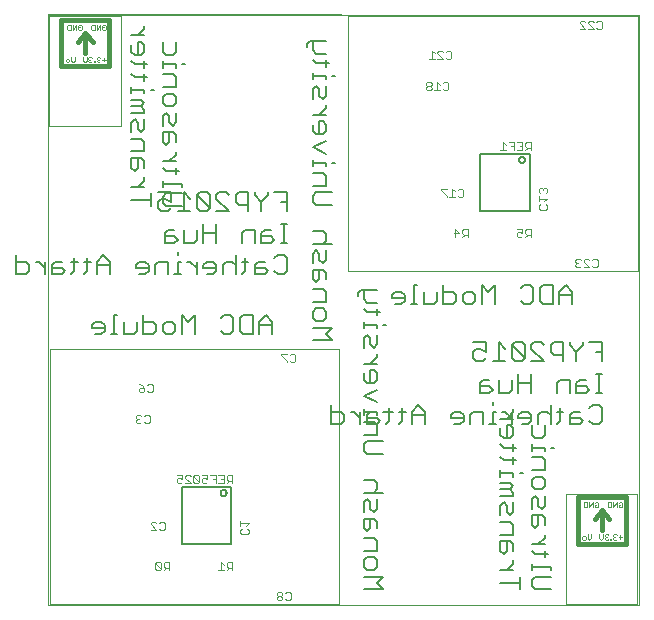
<source format=gbo>
G75*
%MOIN*%
%OFA0B0*%
%FSLAX25Y25*%
%IPPOS*%
%LPD*%
%AMOC8*
5,1,8,0,0,1.08239X$1,22.5*
%
%ADD10C,0.00000*%
%ADD11C,0.00200*%
%ADD12C,0.01600*%
%ADD13C,0.00600*%
%ADD14C,0.00500*%
D10*
X0001118Y0001050D02*
X0197969Y0001050D01*
X0197969Y0197900D01*
X0001118Y0197900D01*
X0001118Y0001050D01*
X0197969Y0001050D01*
X0197969Y0197900D01*
X0001020Y0197959D01*
X0001118Y0001050D01*
X0001618Y0001550D02*
X0001618Y0086550D01*
X0098118Y0086550D01*
X0098118Y0001550D01*
X0001618Y0001550D01*
X0101118Y0112550D02*
X0101118Y0197550D01*
X0197618Y0197550D01*
X0197618Y0112550D01*
X0101118Y0112550D01*
X0173618Y0038261D02*
X0173618Y0001550D01*
X0197569Y0001550D01*
X0197569Y0038261D01*
X0173618Y0038261D01*
X0025451Y0160652D02*
X0025451Y0197363D01*
X0001500Y0197363D01*
X0001500Y0160652D01*
X0025451Y0160652D01*
D11*
X0019799Y0182303D02*
X0019799Y0183504D01*
X0020400Y0182903D02*
X0019199Y0182903D01*
X0018558Y0182303D02*
X0018258Y0182002D01*
X0017658Y0182002D01*
X0017357Y0182303D01*
X0017357Y0182603D01*
X0017658Y0182903D01*
X0017958Y0182903D01*
X0017658Y0182903D02*
X0017357Y0183203D01*
X0017357Y0183504D01*
X0017658Y0183804D01*
X0018258Y0183804D01*
X0018558Y0183504D01*
X0016717Y0182303D02*
X0016417Y0182303D01*
X0016417Y0182002D01*
X0016717Y0182002D01*
X0016717Y0182303D01*
X0015796Y0182303D02*
X0015496Y0182002D01*
X0014895Y0182002D01*
X0014595Y0182303D01*
X0014595Y0182603D01*
X0014895Y0182903D01*
X0015196Y0182903D01*
X0014895Y0182903D02*
X0014595Y0183203D01*
X0014595Y0183504D01*
X0014895Y0183804D01*
X0015496Y0183804D01*
X0015796Y0183504D01*
X0013955Y0183804D02*
X0013955Y0182603D01*
X0013354Y0182002D01*
X0012753Y0182603D01*
X0012753Y0183804D01*
X0010083Y0183804D02*
X0010083Y0182603D01*
X0009483Y0182002D01*
X0008882Y0182603D01*
X0008882Y0183804D01*
X0008242Y0182903D02*
X0007941Y0183203D01*
X0007341Y0183203D01*
X0007041Y0182903D01*
X0007041Y0182303D01*
X0007341Y0182002D01*
X0007941Y0182002D01*
X0008242Y0182303D01*
X0008242Y0182903D01*
X0007816Y0192752D02*
X0007516Y0193053D01*
X0007516Y0194254D01*
X0007816Y0194554D01*
X0008717Y0194554D01*
X0008717Y0192752D01*
X0007816Y0192752D01*
X0009357Y0192752D02*
X0009357Y0194554D01*
X0010558Y0194554D02*
X0009357Y0192752D01*
X0010558Y0192752D02*
X0010558Y0194554D01*
X0011199Y0194254D02*
X0011499Y0194554D01*
X0012100Y0194554D01*
X0012400Y0194254D01*
X0012400Y0193053D01*
X0012100Y0192752D01*
X0011499Y0192752D01*
X0011199Y0193053D01*
X0011199Y0193653D01*
X0011799Y0193653D01*
X0015516Y0193053D02*
X0015516Y0194254D01*
X0015816Y0194554D01*
X0016717Y0194554D01*
X0016717Y0192752D01*
X0015816Y0192752D01*
X0015516Y0193053D01*
X0017357Y0192752D02*
X0017357Y0194554D01*
X0018558Y0194554D02*
X0017357Y0192752D01*
X0018558Y0192752D02*
X0018558Y0194554D01*
X0019199Y0194254D02*
X0019499Y0194554D01*
X0020100Y0194554D01*
X0020400Y0194254D01*
X0020400Y0193053D01*
X0020100Y0192752D01*
X0019499Y0192752D01*
X0019199Y0193053D01*
X0019199Y0193653D01*
X0019799Y0193653D01*
X0127125Y0174985D02*
X0127125Y0174518D01*
X0127592Y0174051D01*
X0128526Y0174051D01*
X0128993Y0174518D01*
X0128993Y0174985D01*
X0128526Y0175452D01*
X0127592Y0175452D01*
X0127125Y0174985D01*
X0127592Y0174051D02*
X0127125Y0173584D01*
X0127125Y0173117D01*
X0127592Y0172650D01*
X0128526Y0172650D01*
X0128993Y0173117D01*
X0128993Y0173584D01*
X0128526Y0174051D01*
X0129887Y0172650D02*
X0131756Y0172650D01*
X0130822Y0172650D02*
X0130822Y0175452D01*
X0131756Y0174518D01*
X0132650Y0174985D02*
X0133117Y0175452D01*
X0134051Y0175452D01*
X0134518Y0174985D01*
X0134518Y0173117D01*
X0134051Y0172650D01*
X0133117Y0172650D01*
X0132650Y0173117D01*
X0132756Y0183150D02*
X0130887Y0183150D01*
X0129993Y0183150D02*
X0128125Y0183150D01*
X0129059Y0183150D02*
X0129059Y0185952D01*
X0129993Y0185018D01*
X0130887Y0185018D02*
X0130887Y0185485D01*
X0131355Y0185952D01*
X0132289Y0185952D01*
X0132756Y0185485D01*
X0133650Y0185485D02*
X0134117Y0185952D01*
X0135051Y0185952D01*
X0135518Y0185485D01*
X0135518Y0183617D01*
X0135051Y0183150D01*
X0134117Y0183150D01*
X0133650Y0183617D01*
X0132756Y0183150D02*
X0130887Y0185018D01*
X0152797Y0155452D02*
X0152797Y0152650D01*
X0153731Y0152650D02*
X0151863Y0152650D01*
X0153731Y0154518D02*
X0152797Y0155452D01*
X0154625Y0155452D02*
X0156493Y0155452D01*
X0156493Y0152650D01*
X0157388Y0152650D02*
X0159256Y0152650D01*
X0159256Y0155452D01*
X0157388Y0155452D01*
X0156493Y0154051D02*
X0155559Y0154051D01*
X0158322Y0154051D02*
X0159256Y0154051D01*
X0160150Y0154051D02*
X0160617Y0153584D01*
X0162018Y0153584D01*
X0162018Y0152650D02*
X0162018Y0155452D01*
X0160617Y0155452D01*
X0160150Y0154985D01*
X0160150Y0154051D01*
X0161084Y0153584D02*
X0160150Y0152650D01*
X0165185Y0140256D02*
X0164718Y0139789D01*
X0164718Y0138855D01*
X0165185Y0138388D01*
X0164718Y0137494D02*
X0164718Y0135625D01*
X0164718Y0136559D02*
X0167520Y0136559D01*
X0166586Y0135625D01*
X0167053Y0134731D02*
X0167520Y0134264D01*
X0167520Y0133330D01*
X0167053Y0132863D01*
X0165185Y0132863D01*
X0164718Y0133330D01*
X0164718Y0134264D01*
X0165185Y0134731D01*
X0167053Y0138388D02*
X0167520Y0138855D01*
X0167520Y0139789D01*
X0167053Y0140256D01*
X0166586Y0140256D01*
X0166119Y0139789D01*
X0165652Y0140256D01*
X0165185Y0140256D01*
X0166119Y0139789D02*
X0166119Y0139322D01*
X0162018Y0126452D02*
X0160617Y0126452D01*
X0160150Y0125985D01*
X0160150Y0125051D01*
X0160617Y0124584D01*
X0162018Y0124584D01*
X0162018Y0123650D02*
X0162018Y0126452D01*
X0161084Y0124584D02*
X0160150Y0123650D01*
X0159256Y0124117D02*
X0158789Y0123650D01*
X0157855Y0123650D01*
X0157388Y0124117D01*
X0157388Y0125051D01*
X0157855Y0125518D01*
X0158322Y0125518D01*
X0159256Y0125051D01*
X0159256Y0126452D01*
X0157388Y0126452D01*
X0141018Y0126452D02*
X0141018Y0123650D01*
X0141018Y0124584D02*
X0139617Y0124584D01*
X0139150Y0125051D01*
X0139150Y0125985D01*
X0139617Y0126452D01*
X0141018Y0126452D01*
X0140084Y0124584D02*
X0139150Y0123650D01*
X0138256Y0125051D02*
X0136388Y0125051D01*
X0136855Y0123650D02*
X0136855Y0126452D01*
X0138256Y0125051D01*
X0138117Y0137150D02*
X0137650Y0137617D01*
X0138117Y0137150D02*
X0139051Y0137150D01*
X0139518Y0137617D01*
X0139518Y0139485D01*
X0139051Y0139952D01*
X0138117Y0139952D01*
X0137650Y0139485D01*
X0136756Y0139018D02*
X0135822Y0139952D01*
X0135822Y0137150D01*
X0136756Y0137150D02*
X0134888Y0137150D01*
X0133993Y0137150D02*
X0133993Y0137617D01*
X0132125Y0139485D01*
X0132125Y0139952D01*
X0133993Y0139952D01*
X0176912Y0115985D02*
X0176912Y0115518D01*
X0177379Y0115051D01*
X0176912Y0114584D01*
X0176912Y0114117D01*
X0177379Y0113650D01*
X0178313Y0113650D01*
X0178780Y0114117D01*
X0179675Y0113650D02*
X0181543Y0113650D01*
X0179675Y0115518D01*
X0179675Y0115985D01*
X0180142Y0116452D01*
X0181076Y0116452D01*
X0181543Y0115985D01*
X0182437Y0115985D02*
X0182904Y0116452D01*
X0183838Y0116452D01*
X0184305Y0115985D01*
X0184305Y0114117D01*
X0183838Y0113650D01*
X0182904Y0113650D01*
X0182437Y0114117D01*
X0178780Y0115985D02*
X0178313Y0116452D01*
X0177379Y0116452D01*
X0176912Y0115985D01*
X0177379Y0115051D02*
X0177846Y0115051D01*
X0178412Y0193150D02*
X0180280Y0193150D01*
X0178412Y0195018D01*
X0178412Y0195485D01*
X0178879Y0195952D01*
X0179813Y0195952D01*
X0180280Y0195485D01*
X0181175Y0195485D02*
X0181642Y0195952D01*
X0182576Y0195952D01*
X0183043Y0195485D01*
X0183937Y0195485D02*
X0184404Y0195952D01*
X0185338Y0195952D01*
X0185805Y0195485D01*
X0185805Y0193617D01*
X0185338Y0193150D01*
X0184404Y0193150D01*
X0183937Y0193617D01*
X0183043Y0193150D02*
X0181175Y0195018D01*
X0181175Y0195485D01*
X0181175Y0193150D02*
X0183043Y0193150D01*
X0083076Y0084952D02*
X0083543Y0084485D01*
X0083543Y0082617D01*
X0083076Y0082150D01*
X0082142Y0082150D01*
X0081675Y0082617D01*
X0080780Y0082617D02*
X0080780Y0082150D01*
X0080780Y0082617D02*
X0078912Y0084485D01*
X0078912Y0084952D01*
X0080780Y0084952D01*
X0081675Y0084485D02*
X0082142Y0084952D01*
X0083076Y0084952D01*
X0062518Y0044452D02*
X0061117Y0044452D01*
X0060650Y0043985D01*
X0060650Y0043051D01*
X0061117Y0042584D01*
X0062518Y0042584D01*
X0062518Y0041650D02*
X0062518Y0044452D01*
X0061584Y0042584D02*
X0060650Y0041650D01*
X0059756Y0041650D02*
X0057887Y0041650D01*
X0056993Y0041650D02*
X0056993Y0044452D01*
X0055125Y0044452D01*
X0054231Y0044452D02*
X0054231Y0043051D01*
X0053297Y0043518D01*
X0052830Y0043518D01*
X0052363Y0043051D01*
X0052363Y0042117D01*
X0052830Y0041650D01*
X0053764Y0041650D01*
X0054231Y0042117D01*
X0056059Y0043051D02*
X0056993Y0043051D01*
X0057887Y0044452D02*
X0059756Y0044452D01*
X0059756Y0041650D01*
X0059756Y0043051D02*
X0058822Y0043051D01*
X0054231Y0044452D02*
X0052363Y0044452D01*
X0051469Y0043985D02*
X0051469Y0042117D01*
X0049600Y0043985D01*
X0049600Y0042117D01*
X0050068Y0041650D01*
X0051002Y0041650D01*
X0051469Y0042117D01*
X0051469Y0043985D02*
X0051002Y0044452D01*
X0050068Y0044452D01*
X0049600Y0043985D01*
X0048706Y0043985D02*
X0048239Y0044452D01*
X0047305Y0044452D01*
X0046838Y0043985D01*
X0046838Y0043518D01*
X0048706Y0041650D01*
X0046838Y0041650D01*
X0045944Y0042117D02*
X0045477Y0041650D01*
X0044543Y0041650D01*
X0044076Y0042117D01*
X0044076Y0043051D01*
X0044543Y0043518D01*
X0045010Y0043518D01*
X0045944Y0043051D01*
X0045944Y0044452D01*
X0044076Y0044452D01*
X0039551Y0028952D02*
X0040018Y0028485D01*
X0040018Y0026617D01*
X0039551Y0026150D01*
X0038617Y0026150D01*
X0038150Y0026617D01*
X0037256Y0026150D02*
X0035388Y0028018D01*
X0035388Y0028485D01*
X0035855Y0028952D01*
X0036789Y0028952D01*
X0037256Y0028485D01*
X0038150Y0028485D02*
X0038617Y0028952D01*
X0039551Y0028952D01*
X0037256Y0026150D02*
X0035388Y0026150D01*
X0037355Y0015452D02*
X0036888Y0014985D01*
X0038756Y0013117D01*
X0038289Y0012650D01*
X0037355Y0012650D01*
X0036888Y0013117D01*
X0036888Y0014985D01*
X0037355Y0015452D02*
X0038289Y0015452D01*
X0038756Y0014985D01*
X0038756Y0013117D01*
X0039650Y0012650D02*
X0040584Y0013584D01*
X0040117Y0013584D02*
X0041518Y0013584D01*
X0041518Y0012650D02*
X0041518Y0015452D01*
X0040117Y0015452D01*
X0039650Y0014985D01*
X0039650Y0014051D01*
X0040117Y0013584D01*
X0057887Y0012650D02*
X0059756Y0012650D01*
X0060650Y0012650D02*
X0061584Y0013584D01*
X0061117Y0013584D02*
X0062518Y0013584D01*
X0062518Y0012650D02*
X0062518Y0015452D01*
X0061117Y0015452D01*
X0060650Y0014985D01*
X0060650Y0014051D01*
X0061117Y0013584D01*
X0059756Y0014518D02*
X0058822Y0015452D01*
X0058822Y0012650D01*
X0065685Y0024625D02*
X0065218Y0025092D01*
X0065218Y0026026D01*
X0065685Y0026494D01*
X0065218Y0027388D02*
X0065218Y0029256D01*
X0065218Y0028322D02*
X0068020Y0028322D01*
X0067086Y0027388D01*
X0067553Y0026494D02*
X0068020Y0026026D01*
X0068020Y0025092D01*
X0067553Y0024625D01*
X0065685Y0024625D01*
X0077879Y0005452D02*
X0077412Y0004985D01*
X0077412Y0004518D01*
X0077879Y0004051D01*
X0078813Y0004051D01*
X0079280Y0004518D01*
X0079280Y0004985D01*
X0078813Y0005452D01*
X0077879Y0005452D01*
X0077879Y0004051D02*
X0077412Y0003584D01*
X0077412Y0003117D01*
X0077879Y0002650D01*
X0078813Y0002650D01*
X0079280Y0003117D01*
X0079280Y0003584D01*
X0078813Y0004051D01*
X0080175Y0003117D02*
X0080642Y0002650D01*
X0081576Y0002650D01*
X0082043Y0003117D01*
X0082043Y0004985D01*
X0081576Y0005452D01*
X0080642Y0005452D01*
X0080175Y0004985D01*
X0034551Y0061650D02*
X0033617Y0061650D01*
X0033150Y0062117D01*
X0032256Y0062117D02*
X0031789Y0061650D01*
X0030855Y0061650D01*
X0030387Y0062117D01*
X0030387Y0062584D01*
X0030855Y0063051D01*
X0031322Y0063051D01*
X0030855Y0063051D02*
X0030387Y0063518D01*
X0030387Y0063985D01*
X0030855Y0064452D01*
X0031789Y0064452D01*
X0032256Y0063985D01*
X0033150Y0063985D02*
X0033617Y0064452D01*
X0034551Y0064452D01*
X0035018Y0063985D01*
X0035018Y0062117D01*
X0034551Y0061650D01*
X0034617Y0072150D02*
X0034150Y0072617D01*
X0034617Y0072150D02*
X0035551Y0072150D01*
X0036018Y0072617D01*
X0036018Y0074485D01*
X0035551Y0074952D01*
X0034617Y0074952D01*
X0034150Y0074485D01*
X0033256Y0073551D02*
X0031855Y0073551D01*
X0031387Y0073084D01*
X0031387Y0072617D01*
X0031855Y0072150D01*
X0032789Y0072150D01*
X0033256Y0072617D01*
X0033256Y0073551D01*
X0032322Y0074485D01*
X0031387Y0074952D01*
X0179159Y0023801D02*
X0179459Y0024101D01*
X0180059Y0024101D01*
X0180360Y0023801D01*
X0180360Y0023200D01*
X0180059Y0022900D01*
X0179459Y0022900D01*
X0179159Y0023200D01*
X0179159Y0023801D01*
X0181000Y0023501D02*
X0181000Y0024702D01*
X0182201Y0024702D02*
X0182201Y0023501D01*
X0181601Y0022900D01*
X0181000Y0023501D01*
X0184872Y0023501D02*
X0184872Y0024702D01*
X0186073Y0024702D02*
X0186073Y0023501D01*
X0185472Y0022900D01*
X0184872Y0023501D01*
X0186713Y0023501D02*
X0186713Y0023200D01*
X0187013Y0022900D01*
X0187614Y0022900D01*
X0187914Y0023200D01*
X0188535Y0023200D02*
X0188535Y0022900D01*
X0188835Y0022900D01*
X0188835Y0023200D01*
X0188535Y0023200D01*
X0189476Y0023200D02*
X0189776Y0022900D01*
X0190376Y0022900D01*
X0190677Y0023200D01*
X0190076Y0023801D02*
X0189776Y0023801D01*
X0189476Y0023501D01*
X0189476Y0023200D01*
X0189776Y0023801D02*
X0189476Y0024101D01*
X0189476Y0024401D01*
X0189776Y0024702D01*
X0190376Y0024702D01*
X0190677Y0024401D01*
X0191317Y0023801D02*
X0192518Y0023801D01*
X0191918Y0024401D02*
X0191918Y0023200D01*
X0187914Y0024401D02*
X0187614Y0024702D01*
X0187013Y0024702D01*
X0186713Y0024401D01*
X0186713Y0024101D01*
X0187013Y0023801D01*
X0186713Y0023501D01*
X0187013Y0023801D02*
X0187314Y0023801D01*
X0187934Y0033650D02*
X0187634Y0033950D01*
X0187634Y0035151D01*
X0187934Y0035452D01*
X0188835Y0035452D01*
X0188835Y0033650D01*
X0187934Y0033650D01*
X0189476Y0033650D02*
X0189476Y0035452D01*
X0190677Y0035452D02*
X0189476Y0033650D01*
X0190677Y0033650D02*
X0190677Y0035452D01*
X0191317Y0035151D02*
X0191617Y0035452D01*
X0192218Y0035452D01*
X0192518Y0035151D01*
X0192518Y0033950D01*
X0192218Y0033650D01*
X0191617Y0033650D01*
X0191317Y0033950D01*
X0191317Y0034551D01*
X0191918Y0034551D01*
X0184518Y0035151D02*
X0184518Y0033950D01*
X0184218Y0033650D01*
X0183617Y0033650D01*
X0183317Y0033950D01*
X0183317Y0034551D01*
X0183918Y0034551D01*
X0184518Y0035151D02*
X0184218Y0035452D01*
X0183617Y0035452D01*
X0183317Y0035151D01*
X0182677Y0035452D02*
X0181476Y0033650D01*
X0181476Y0035452D01*
X0180835Y0035452D02*
X0180835Y0033650D01*
X0179934Y0033650D01*
X0179634Y0033950D01*
X0179634Y0035151D01*
X0179934Y0035452D01*
X0180835Y0035452D01*
X0182677Y0035452D02*
X0182677Y0033650D01*
D12*
X0185718Y0032850D02*
X0183318Y0029800D01*
X0185718Y0032700D02*
X0185718Y0026000D01*
X0188168Y0029800D02*
X0185718Y0032850D01*
X0193618Y0037050D02*
X0177618Y0037050D01*
X0177618Y0021550D01*
X0178118Y0021550D02*
X0193618Y0021550D01*
X0193618Y0037050D01*
X0021500Y0180652D02*
X0021500Y0196152D01*
X0005500Y0196152D01*
X0005500Y0180652D01*
X0006000Y0180652D02*
X0021500Y0180652D01*
X0013600Y0185102D02*
X0013600Y0191802D01*
X0013600Y0191952D02*
X0016050Y0188902D01*
X0013600Y0191952D02*
X0011200Y0188902D01*
D13*
X0028918Y0187736D02*
X0028918Y0185601D01*
X0029986Y0184533D01*
X0032121Y0184533D01*
X0033188Y0185601D01*
X0033188Y0187736D01*
X0032121Y0188803D01*
X0031053Y0188803D01*
X0031053Y0184533D01*
X0028918Y0182371D02*
X0029986Y0181304D01*
X0034256Y0181304D01*
X0033188Y0182371D02*
X0033188Y0180236D01*
X0033188Y0178074D02*
X0033188Y0175939D01*
X0034256Y0177007D02*
X0029986Y0177007D01*
X0028918Y0178074D01*
X0028918Y0173777D02*
X0028918Y0171642D01*
X0028918Y0172710D02*
X0033188Y0172710D01*
X0033188Y0171642D01*
X0035324Y0172710D02*
X0036391Y0172710D01*
X0039418Y0173791D02*
X0043688Y0173791D01*
X0043688Y0176993D01*
X0042621Y0178061D01*
X0039418Y0178061D01*
X0039418Y0180236D02*
X0039418Y0182371D01*
X0039418Y0181304D02*
X0043688Y0181304D01*
X0043688Y0180236D01*
X0045824Y0181304D02*
X0046891Y0181304D01*
X0042621Y0184533D02*
X0040486Y0184533D01*
X0039418Y0185601D01*
X0039418Y0188803D01*
X0043688Y0188803D02*
X0043688Y0185601D01*
X0042621Y0184533D01*
X0033188Y0190979D02*
X0028918Y0190979D01*
X0031053Y0190979D02*
X0033188Y0193114D01*
X0033188Y0194181D01*
X0040486Y0171615D02*
X0039418Y0170548D01*
X0039418Y0168413D01*
X0040486Y0167345D01*
X0042621Y0167345D01*
X0043688Y0168413D01*
X0043688Y0170548D01*
X0042621Y0171615D01*
X0040486Y0171615D01*
X0040486Y0165170D02*
X0039418Y0164102D01*
X0039418Y0160900D01*
X0039418Y0158724D02*
X0039418Y0155522D01*
X0040486Y0154454D01*
X0041553Y0155522D01*
X0041553Y0158724D01*
X0042621Y0158724D02*
X0043688Y0157657D01*
X0043688Y0155522D01*
X0043688Y0152286D02*
X0043688Y0151218D01*
X0041553Y0149083D01*
X0039418Y0149083D02*
X0043688Y0149083D01*
X0043688Y0146921D02*
X0043688Y0144786D01*
X0044756Y0145853D02*
X0040486Y0145853D01*
X0039418Y0146921D01*
X0039418Y0142624D02*
X0039418Y0140489D01*
X0039418Y0141556D02*
X0045824Y0141556D01*
X0045824Y0140489D01*
X0046455Y0138755D02*
X0046455Y0132350D01*
X0045824Y0134043D02*
X0040486Y0134043D01*
X0039418Y0135111D01*
X0039418Y0137246D01*
X0040486Y0138314D01*
X0045824Y0138314D01*
X0046455Y0138755D02*
X0048591Y0136620D01*
X0050766Y0137688D02*
X0055036Y0133418D01*
X0053969Y0132350D01*
X0051833Y0132350D01*
X0050766Y0133418D01*
X0050766Y0137688D01*
X0051833Y0138755D01*
X0053969Y0138755D01*
X0055036Y0137688D01*
X0055036Y0133418D01*
X0057211Y0132350D02*
X0061482Y0132350D01*
X0057211Y0136620D01*
X0057211Y0137688D01*
X0058279Y0138755D01*
X0060414Y0138755D01*
X0061482Y0137688D01*
X0063657Y0137688D02*
X0063657Y0135553D01*
X0064724Y0134485D01*
X0067927Y0134485D01*
X0067927Y0132350D02*
X0067927Y0138755D01*
X0064724Y0138755D01*
X0063657Y0137688D01*
X0070102Y0137688D02*
X0070102Y0138755D01*
X0070102Y0137688D02*
X0072237Y0135553D01*
X0072237Y0132350D01*
X0072237Y0135553D02*
X0074373Y0137688D01*
X0074373Y0138755D01*
X0076548Y0138755D02*
X0080818Y0138755D01*
X0080818Y0132350D01*
X0080818Y0135553D02*
X0078683Y0135553D01*
X0078683Y0128255D02*
X0080818Y0128255D01*
X0079751Y0128255D02*
X0079751Y0121850D01*
X0080818Y0121850D02*
X0078683Y0121850D01*
X0076521Y0122918D02*
X0075454Y0123985D01*
X0072251Y0123985D01*
X0072251Y0125053D02*
X0072251Y0121850D01*
X0075454Y0121850D01*
X0076521Y0122918D01*
X0075454Y0126120D02*
X0073318Y0126120D01*
X0072251Y0125053D01*
X0070076Y0126120D02*
X0070076Y0121850D01*
X0070076Y0126120D02*
X0066873Y0126120D01*
X0065805Y0125053D01*
X0065805Y0121850D01*
X0063630Y0117755D02*
X0063630Y0111350D01*
X0065792Y0111350D02*
X0066860Y0112418D01*
X0066860Y0116688D01*
X0067927Y0115620D02*
X0065792Y0115620D01*
X0063630Y0114553D02*
X0062563Y0115620D01*
X0060427Y0115620D01*
X0059360Y0114553D01*
X0059360Y0111350D01*
X0057185Y0112418D02*
X0057185Y0114553D01*
X0056117Y0115620D01*
X0053982Y0115620D01*
X0052914Y0114553D01*
X0052914Y0113485D01*
X0057185Y0113485D01*
X0057185Y0112418D02*
X0056117Y0111350D01*
X0053982Y0111350D01*
X0050739Y0111350D02*
X0050739Y0115620D01*
X0050739Y0113485D02*
X0048604Y0115620D01*
X0047536Y0115620D01*
X0045368Y0115620D02*
X0044300Y0115620D01*
X0044300Y0111350D01*
X0043233Y0111350D02*
X0045368Y0111350D01*
X0041071Y0111350D02*
X0041071Y0115620D01*
X0037868Y0115620D01*
X0036801Y0114553D01*
X0036801Y0111350D01*
X0034625Y0112418D02*
X0034625Y0114553D01*
X0033558Y0115620D01*
X0031423Y0115620D01*
X0030355Y0114553D01*
X0030355Y0113485D01*
X0034625Y0113485D01*
X0034625Y0112418D02*
X0033558Y0111350D01*
X0031423Y0111350D01*
X0021734Y0111350D02*
X0021734Y0115620D01*
X0019599Y0117755D01*
X0017464Y0115620D01*
X0017464Y0111350D01*
X0014221Y0112418D02*
X0013154Y0111350D01*
X0014221Y0112418D02*
X0014221Y0116688D01*
X0013154Y0115620D02*
X0015289Y0115620D01*
X0017464Y0114553D02*
X0021734Y0114553D01*
X0010992Y0115620D02*
X0008857Y0115620D01*
X0009924Y0116688D02*
X0009924Y0112418D01*
X0008857Y0111350D01*
X0006695Y0112418D02*
X0005627Y0113485D01*
X0002425Y0113485D01*
X0002425Y0114553D02*
X0002425Y0111350D01*
X0005627Y0111350D01*
X0006695Y0112418D01*
X0005627Y0115620D02*
X0003492Y0115620D01*
X0002425Y0114553D01*
X0000249Y0115620D02*
X0000249Y0111350D01*
X0000249Y0113485D02*
X-0001886Y0115620D01*
X-0002953Y0115620D01*
X-0005122Y0114553D02*
X-0006189Y0115620D01*
X-0009392Y0115620D01*
X-0009392Y0117755D02*
X-0009392Y0111350D01*
X-0006189Y0111350D01*
X-0005122Y0112418D01*
X-0005122Y0114553D01*
X0015687Y0094553D02*
X0015687Y0093485D01*
X0019957Y0093485D01*
X0019957Y0092418D02*
X0019957Y0094553D01*
X0018890Y0095620D01*
X0016754Y0095620D01*
X0015687Y0094553D01*
X0016754Y0091350D02*
X0018890Y0091350D01*
X0019957Y0092418D01*
X0022119Y0091350D02*
X0024254Y0091350D01*
X0023187Y0091350D02*
X0023187Y0097755D01*
X0024254Y0097755D01*
X0026429Y0095620D02*
X0026429Y0091350D01*
X0029632Y0091350D01*
X0030700Y0092418D01*
X0030700Y0095620D01*
X0032875Y0095620D02*
X0036078Y0095620D01*
X0037145Y0094553D01*
X0037145Y0092418D01*
X0036078Y0091350D01*
X0032875Y0091350D01*
X0032875Y0097755D01*
X0039320Y0094553D02*
X0039320Y0092418D01*
X0040388Y0091350D01*
X0042523Y0091350D01*
X0043591Y0092418D01*
X0043591Y0094553D01*
X0042523Y0095620D01*
X0040388Y0095620D01*
X0039320Y0094553D01*
X0045766Y0097755D02*
X0045766Y0091350D01*
X0047901Y0095620D02*
X0045766Y0097755D01*
X0047901Y0095620D02*
X0050036Y0097755D01*
X0050036Y0091350D01*
X0058657Y0092418D02*
X0059724Y0091350D01*
X0061860Y0091350D01*
X0062927Y0092418D01*
X0062927Y0096688D01*
X0061860Y0097755D01*
X0059724Y0097755D01*
X0058657Y0096688D01*
X0065102Y0096688D02*
X0065102Y0092418D01*
X0066170Y0091350D01*
X0069373Y0091350D01*
X0069373Y0097755D01*
X0066170Y0097755D01*
X0065102Y0096688D01*
X0071548Y0095620D02*
X0071548Y0091350D01*
X0071548Y0094553D02*
X0075818Y0094553D01*
X0075818Y0095620D02*
X0073683Y0097755D01*
X0071548Y0095620D01*
X0075818Y0095620D02*
X0075818Y0091350D01*
X0089418Y0089296D02*
X0095824Y0089296D01*
X0093688Y0091431D01*
X0095824Y0093566D01*
X0089418Y0093566D01*
X0090486Y0095742D02*
X0089418Y0096809D01*
X0089418Y0098944D01*
X0090486Y0100012D01*
X0092621Y0100012D01*
X0093688Y0098944D01*
X0093688Y0096809D01*
X0092621Y0095742D01*
X0090486Y0095742D01*
X0089418Y0102187D02*
X0093688Y0102187D01*
X0093688Y0105390D01*
X0092621Y0106457D01*
X0089418Y0106457D01*
X0090486Y0108633D02*
X0089418Y0109700D01*
X0089418Y0112903D01*
X0092621Y0112903D01*
X0093688Y0111835D01*
X0093688Y0109700D01*
X0091553Y0109700D02*
X0091553Y0112903D01*
X0092621Y0115078D02*
X0093688Y0116146D01*
X0093688Y0119348D01*
X0092621Y0121524D02*
X0093688Y0122591D01*
X0093688Y0124726D01*
X0092621Y0125794D01*
X0089418Y0125794D01*
X0089418Y0121524D02*
X0095824Y0121524D01*
X0091553Y0118281D02*
X0091553Y0116146D01*
X0092621Y0115078D01*
X0089418Y0115078D02*
X0089418Y0118281D01*
X0090486Y0119348D01*
X0091553Y0118281D01*
X0091553Y0109700D02*
X0090486Y0108633D01*
X0080818Y0112418D02*
X0079751Y0111350D01*
X0077615Y0111350D01*
X0076548Y0112418D01*
X0074373Y0112418D02*
X0073305Y0113485D01*
X0070102Y0113485D01*
X0070102Y0114553D02*
X0070102Y0111350D01*
X0073305Y0111350D01*
X0074373Y0112418D01*
X0073305Y0115620D02*
X0071170Y0115620D01*
X0070102Y0114553D01*
X0076548Y0116688D02*
X0077615Y0117755D01*
X0079751Y0117755D01*
X0080818Y0116688D01*
X0080818Y0112418D01*
X0090486Y0134415D02*
X0089418Y0135482D01*
X0089418Y0137617D01*
X0090486Y0138685D01*
X0095824Y0138685D01*
X0093688Y0140860D02*
X0093688Y0144063D01*
X0092621Y0145130D01*
X0089418Y0145130D01*
X0089418Y0147306D02*
X0089418Y0149441D01*
X0089418Y0148373D02*
X0093688Y0148373D01*
X0093688Y0147306D01*
X0095824Y0148373D02*
X0096891Y0148373D01*
X0093688Y0151603D02*
X0089418Y0153738D01*
X0093688Y0155873D01*
X0092621Y0158048D02*
X0093688Y0159116D01*
X0093688Y0161251D01*
X0092621Y0162318D01*
X0091553Y0162318D01*
X0091553Y0158048D01*
X0090486Y0158048D02*
X0092621Y0158048D01*
X0090486Y0158048D02*
X0089418Y0159116D01*
X0089418Y0161251D01*
X0089418Y0164494D02*
X0093688Y0164494D01*
X0093688Y0166629D02*
X0093688Y0167696D01*
X0093688Y0166629D02*
X0091553Y0164494D01*
X0092621Y0169865D02*
X0091553Y0170932D01*
X0091553Y0173068D01*
X0090486Y0174135D01*
X0089418Y0173068D01*
X0089418Y0169865D01*
X0092621Y0169865D02*
X0093688Y0170932D01*
X0093688Y0174135D01*
X0093688Y0176310D02*
X0093688Y0177378D01*
X0089418Y0177378D01*
X0089418Y0178445D02*
X0089418Y0176310D01*
X0090486Y0181675D02*
X0089418Y0182742D01*
X0090486Y0181675D02*
X0094756Y0181675D01*
X0093688Y0182742D02*
X0093688Y0180607D01*
X0095824Y0177378D02*
X0096891Y0177378D01*
X0093688Y0184904D02*
X0090486Y0184904D01*
X0089418Y0185972D01*
X0089418Y0189175D01*
X0088351Y0189175D02*
X0087283Y0188107D01*
X0087283Y0187039D01*
X0088351Y0189175D02*
X0093688Y0189175D01*
X0093688Y0140860D02*
X0089418Y0140860D01*
X0090486Y0134415D02*
X0095824Y0134415D01*
X0105351Y0106229D02*
X0104283Y0105161D01*
X0104283Y0104093D01*
X0106418Y0103026D02*
X0106418Y0106229D01*
X0105351Y0106229D02*
X0110688Y0106229D01*
X0110688Y0101958D02*
X0107486Y0101958D01*
X0106418Y0103026D01*
X0106418Y0099796D02*
X0107486Y0098729D01*
X0111756Y0098729D01*
X0110688Y0099796D02*
X0110688Y0097661D01*
X0110688Y0094432D02*
X0106418Y0094432D01*
X0106418Y0095499D02*
X0106418Y0093364D01*
X0107486Y0091189D02*
X0108553Y0090121D01*
X0108553Y0087986D01*
X0109621Y0086919D01*
X0110688Y0087986D01*
X0110688Y0091189D01*
X0110688Y0093364D02*
X0110688Y0094432D01*
X0112824Y0094432D02*
X0113891Y0094432D01*
X0116754Y0101350D02*
X0118890Y0101350D01*
X0119957Y0102418D01*
X0119957Y0104553D01*
X0118890Y0105620D01*
X0116754Y0105620D01*
X0115687Y0104553D01*
X0115687Y0103485D01*
X0119957Y0103485D01*
X0122119Y0101350D02*
X0124254Y0101350D01*
X0123187Y0101350D02*
X0123187Y0107755D01*
X0124254Y0107755D01*
X0126429Y0105620D02*
X0126429Y0101350D01*
X0129632Y0101350D01*
X0130700Y0102418D01*
X0130700Y0105620D01*
X0132875Y0105620D02*
X0136078Y0105620D01*
X0137145Y0104553D01*
X0137145Y0102418D01*
X0136078Y0101350D01*
X0132875Y0101350D01*
X0132875Y0107755D01*
X0139320Y0104553D02*
X0139320Y0102418D01*
X0140388Y0101350D01*
X0142523Y0101350D01*
X0143591Y0102418D01*
X0143591Y0104553D01*
X0142523Y0105620D01*
X0140388Y0105620D01*
X0139320Y0104553D01*
X0145766Y0107755D02*
X0145766Y0101350D01*
X0150036Y0101350D02*
X0150036Y0107755D01*
X0147901Y0105620D01*
X0145766Y0107755D01*
X0158657Y0106688D02*
X0159724Y0107755D01*
X0161860Y0107755D01*
X0162927Y0106688D01*
X0162927Y0102418D01*
X0161860Y0101350D01*
X0159724Y0101350D01*
X0158657Y0102418D01*
X0165102Y0102418D02*
X0165102Y0106688D01*
X0166170Y0107755D01*
X0169373Y0107755D01*
X0169373Y0101350D01*
X0166170Y0101350D01*
X0165102Y0102418D01*
X0171548Y0101350D02*
X0171548Y0105620D01*
X0173683Y0107755D01*
X0175818Y0105620D01*
X0175818Y0101350D01*
X0175818Y0104553D02*
X0171548Y0104553D01*
X0172927Y0088755D02*
X0169724Y0088755D01*
X0168657Y0087688D01*
X0168657Y0085553D01*
X0169724Y0084485D01*
X0172927Y0084485D01*
X0172927Y0082350D02*
X0172927Y0088755D01*
X0175102Y0088755D02*
X0175102Y0087688D01*
X0177237Y0085553D01*
X0177237Y0082350D01*
X0177237Y0085553D02*
X0179373Y0087688D01*
X0179373Y0088755D01*
X0181548Y0088755D02*
X0185818Y0088755D01*
X0185818Y0082350D01*
X0185818Y0085553D02*
X0183683Y0085553D01*
X0183683Y0078255D02*
X0185818Y0078255D01*
X0184751Y0078255D02*
X0184751Y0071850D01*
X0185818Y0071850D02*
X0183683Y0071850D01*
X0181521Y0072918D02*
X0180454Y0073985D01*
X0177251Y0073985D01*
X0177251Y0075053D02*
X0177251Y0071850D01*
X0180454Y0071850D01*
X0181521Y0072918D01*
X0180454Y0076120D02*
X0178318Y0076120D01*
X0177251Y0075053D01*
X0175076Y0076120D02*
X0171873Y0076120D01*
X0170805Y0075053D01*
X0170805Y0071850D01*
X0175076Y0071850D02*
X0175076Y0076120D01*
X0166482Y0082350D02*
X0162211Y0086620D01*
X0162211Y0087688D01*
X0163279Y0088755D01*
X0165414Y0088755D01*
X0166482Y0087688D01*
X0166482Y0082350D02*
X0162211Y0082350D01*
X0160036Y0083418D02*
X0155766Y0087688D01*
X0155766Y0083418D01*
X0156833Y0082350D01*
X0158969Y0082350D01*
X0160036Y0083418D01*
X0160036Y0087688D01*
X0158969Y0088755D01*
X0156833Y0088755D01*
X0155766Y0087688D01*
X0153591Y0086620D02*
X0151455Y0088755D01*
X0151455Y0082350D01*
X0149320Y0082350D02*
X0153591Y0082350D01*
X0157914Y0078255D02*
X0157914Y0071850D01*
X0155739Y0072918D02*
X0154672Y0071850D01*
X0151469Y0071850D01*
X0151469Y0076120D01*
X0148226Y0076120D02*
X0146091Y0076120D01*
X0145023Y0075053D01*
X0145023Y0071850D01*
X0148226Y0071850D01*
X0149294Y0072918D01*
X0148226Y0073985D01*
X0145023Y0073985D01*
X0149300Y0068823D02*
X0149300Y0067755D01*
X0149300Y0065620D02*
X0149300Y0061350D01*
X0148233Y0061350D02*
X0150368Y0061350D01*
X0151918Y0060042D02*
X0151918Y0057907D01*
X0152986Y0056840D01*
X0155121Y0056840D01*
X0156188Y0057907D01*
X0156188Y0060042D01*
X0155121Y0061110D01*
X0154053Y0061110D01*
X0154053Y0056840D01*
X0151918Y0054678D02*
X0152986Y0053610D01*
X0157256Y0053610D01*
X0156188Y0052543D02*
X0156188Y0054678D01*
X0156188Y0050381D02*
X0156188Y0048246D01*
X0157256Y0049313D02*
X0152986Y0049313D01*
X0151918Y0050381D01*
X0151918Y0046084D02*
X0151918Y0043949D01*
X0151918Y0045016D02*
X0156188Y0045016D01*
X0156188Y0043949D01*
X0158324Y0045016D02*
X0159391Y0045016D01*
X0162418Y0046097D02*
X0166688Y0046097D01*
X0166688Y0049300D01*
X0165621Y0050368D01*
X0162418Y0050368D01*
X0162418Y0052543D02*
X0162418Y0054678D01*
X0162418Y0053610D02*
X0166688Y0053610D01*
X0166688Y0052543D01*
X0168824Y0053610D02*
X0169891Y0053610D01*
X0165621Y0056840D02*
X0163486Y0056840D01*
X0162418Y0057907D01*
X0162418Y0061110D01*
X0161117Y0061350D02*
X0162185Y0062418D01*
X0162185Y0064553D01*
X0161117Y0065620D01*
X0158982Y0065620D01*
X0157914Y0064553D01*
X0157914Y0063485D01*
X0162185Y0063485D01*
X0161117Y0061350D02*
X0158982Y0061350D01*
X0155739Y0061350D02*
X0155739Y0065620D01*
X0156188Y0065420D02*
X0156188Y0066488D01*
X0156188Y0065420D02*
X0154053Y0063285D01*
X0155739Y0063485D02*
X0153604Y0065620D01*
X0152536Y0065620D01*
X0150368Y0065620D02*
X0149300Y0065620D01*
X0146071Y0065620D02*
X0142868Y0065620D01*
X0141801Y0064553D01*
X0141801Y0061350D01*
X0139625Y0062418D02*
X0139625Y0064553D01*
X0138558Y0065620D01*
X0136423Y0065620D01*
X0135355Y0064553D01*
X0135355Y0063485D01*
X0139625Y0063485D01*
X0139625Y0062418D02*
X0138558Y0061350D01*
X0136423Y0061350D01*
X0146071Y0061350D02*
X0146071Y0065620D01*
X0151918Y0063285D02*
X0156188Y0063285D01*
X0164360Y0064553D02*
X0164360Y0061350D01*
X0166688Y0061110D02*
X0166688Y0057907D01*
X0165621Y0056840D01*
X0168630Y0061350D02*
X0168630Y0067755D01*
X0167563Y0065620D02*
X0165427Y0065620D01*
X0164360Y0064553D01*
X0167563Y0065620D02*
X0168630Y0064553D01*
X0170792Y0065620D02*
X0172927Y0065620D01*
X0171860Y0066688D02*
X0171860Y0062418D01*
X0170792Y0061350D01*
X0175102Y0061350D02*
X0175102Y0064553D01*
X0176170Y0065620D01*
X0178305Y0065620D01*
X0178305Y0063485D02*
X0175102Y0063485D01*
X0175102Y0061350D02*
X0178305Y0061350D01*
X0179373Y0062418D01*
X0178305Y0063485D01*
X0181548Y0062418D02*
X0182615Y0061350D01*
X0184751Y0061350D01*
X0185818Y0062418D01*
X0185818Y0066688D01*
X0184751Y0067755D01*
X0182615Y0067755D01*
X0181548Y0066688D01*
X0162185Y0071850D02*
X0162185Y0078255D01*
X0162185Y0075053D02*
X0157914Y0075053D01*
X0155739Y0076120D02*
X0155739Y0072918D01*
X0146078Y0082350D02*
X0147145Y0083418D01*
X0146078Y0082350D02*
X0143942Y0082350D01*
X0142875Y0083418D01*
X0142875Y0085553D01*
X0143942Y0086620D01*
X0145010Y0086620D01*
X0147145Y0085553D01*
X0147145Y0088755D01*
X0142875Y0088755D01*
X0124599Y0067755D02*
X0122464Y0065620D01*
X0122464Y0061350D01*
X0122464Y0064553D02*
X0126734Y0064553D01*
X0126734Y0065620D02*
X0124599Y0067755D01*
X0126734Y0065620D02*
X0126734Y0061350D01*
X0120289Y0065620D02*
X0118154Y0065620D01*
X0119221Y0066688D02*
X0119221Y0062418D01*
X0118154Y0061350D01*
X0114924Y0062418D02*
X0113857Y0061350D01*
X0114924Y0062418D02*
X0114924Y0066688D01*
X0113857Y0065620D02*
X0115992Y0065620D01*
X0113891Y0065427D02*
X0112824Y0065427D01*
X0110688Y0065427D02*
X0106418Y0065427D01*
X0106418Y0064359D02*
X0106418Y0066495D01*
X0105249Y0065620D02*
X0105249Y0061350D01*
X0106418Y0062184D02*
X0109621Y0062184D01*
X0110688Y0061117D01*
X0110688Y0057914D01*
X0106418Y0057914D01*
X0107425Y0061350D02*
X0110627Y0061350D01*
X0111695Y0062418D01*
X0110627Y0063485D01*
X0107425Y0063485D01*
X0107425Y0064553D02*
X0107425Y0061350D01*
X0105249Y0063485D02*
X0103114Y0065620D01*
X0102047Y0065620D01*
X0099878Y0064553D02*
X0099878Y0062418D01*
X0098811Y0061350D01*
X0095608Y0061350D01*
X0095608Y0067755D01*
X0095608Y0065620D02*
X0098811Y0065620D01*
X0099878Y0064553D01*
X0107425Y0064553D02*
X0108492Y0065620D01*
X0110627Y0065620D01*
X0110688Y0065427D02*
X0110688Y0064359D01*
X0110688Y0068656D02*
X0106418Y0070792D01*
X0110688Y0072927D01*
X0109621Y0075102D02*
X0110688Y0076170D01*
X0110688Y0078305D01*
X0109621Y0079372D01*
X0108553Y0079372D01*
X0108553Y0075102D01*
X0107486Y0075102D02*
X0106418Y0076170D01*
X0106418Y0078305D01*
X0106418Y0081547D02*
X0110688Y0081547D01*
X0108553Y0081547D02*
X0110688Y0083683D01*
X0110688Y0084750D01*
X0106418Y0086919D02*
X0106418Y0090121D01*
X0107486Y0091189D01*
X0107486Y0075102D02*
X0109621Y0075102D01*
X0107486Y0055739D02*
X0112824Y0055739D01*
X0112824Y0051468D02*
X0107486Y0051468D01*
X0106418Y0052536D01*
X0106418Y0054671D01*
X0107486Y0055739D01*
X0106418Y0042848D02*
X0109621Y0042848D01*
X0110688Y0041780D01*
X0110688Y0039645D01*
X0109621Y0038577D01*
X0110688Y0036402D02*
X0110688Y0033200D01*
X0109621Y0032132D01*
X0108553Y0033200D01*
X0108553Y0035335D01*
X0107486Y0036402D01*
X0106418Y0035335D01*
X0106418Y0032132D01*
X0106418Y0029957D02*
X0106418Y0026754D01*
X0107486Y0025686D01*
X0108553Y0026754D01*
X0108553Y0029957D01*
X0109621Y0029957D02*
X0110688Y0028889D01*
X0110688Y0026754D01*
X0109621Y0029957D02*
X0106418Y0029957D01*
X0106418Y0023511D02*
X0109621Y0023511D01*
X0110688Y0022444D01*
X0110688Y0019241D01*
X0106418Y0019241D01*
X0107486Y0017066D02*
X0109621Y0017066D01*
X0110688Y0015998D01*
X0110688Y0013863D01*
X0109621Y0012795D01*
X0107486Y0012795D01*
X0106418Y0013863D01*
X0106418Y0015998D01*
X0107486Y0017066D01*
X0106418Y0010620D02*
X0112824Y0010620D01*
X0110688Y0008485D01*
X0112824Y0006350D01*
X0106418Y0006350D01*
X0106418Y0038577D02*
X0112824Y0038577D01*
X0151918Y0039638D02*
X0155121Y0039638D01*
X0156188Y0040706D01*
X0155121Y0041774D01*
X0151918Y0041774D01*
X0155121Y0039638D02*
X0156188Y0038571D01*
X0156188Y0037503D01*
X0151918Y0037503D01*
X0152986Y0035328D02*
X0154053Y0034260D01*
X0154053Y0032125D01*
X0155121Y0031058D01*
X0156188Y0032125D01*
X0156188Y0035328D01*
X0152986Y0035328D02*
X0151918Y0034260D01*
X0151918Y0031058D01*
X0151918Y0028883D02*
X0155121Y0028883D01*
X0156188Y0027815D01*
X0156188Y0024612D01*
X0151918Y0024612D01*
X0151918Y0022437D02*
X0151918Y0019234D01*
X0152986Y0018167D01*
X0154053Y0019234D01*
X0154053Y0022437D01*
X0155121Y0022437D02*
X0151918Y0022437D01*
X0155121Y0022437D02*
X0156188Y0021369D01*
X0156188Y0019234D01*
X0156188Y0015998D02*
X0156188Y0014931D01*
X0154053Y0012795D01*
X0151918Y0012795D02*
X0156188Y0012795D01*
X0158324Y0010620D02*
X0158324Y0006350D01*
X0158324Y0008485D02*
X0151918Y0008485D01*
X0162418Y0007418D02*
X0162418Y0009553D01*
X0163486Y0010620D01*
X0168824Y0010620D01*
X0168824Y0012795D02*
X0168824Y0013863D01*
X0162418Y0013863D01*
X0162418Y0012795D02*
X0162418Y0014931D01*
X0163486Y0018160D02*
X0162418Y0019228D01*
X0163486Y0018160D02*
X0167756Y0018160D01*
X0166688Y0017092D02*
X0166688Y0019228D01*
X0166688Y0021389D02*
X0162418Y0021389D01*
X0164553Y0021389D02*
X0166688Y0023525D01*
X0166688Y0024592D01*
X0166688Y0027828D02*
X0166688Y0029963D01*
X0165621Y0031031D01*
X0162418Y0031031D01*
X0162418Y0027828D01*
X0163486Y0026761D01*
X0164553Y0027828D01*
X0164553Y0031031D01*
X0165621Y0033206D02*
X0166688Y0034274D01*
X0166688Y0037477D01*
X0164553Y0036409D02*
X0164553Y0034274D01*
X0165621Y0033206D01*
X0162418Y0033206D02*
X0162418Y0036409D01*
X0163486Y0037477D01*
X0164553Y0036409D01*
X0163486Y0039652D02*
X0162418Y0040719D01*
X0162418Y0042854D01*
X0163486Y0043922D01*
X0165621Y0043922D01*
X0166688Y0042854D01*
X0166688Y0040719D01*
X0165621Y0039652D01*
X0163486Y0039652D01*
X0162418Y0007418D02*
X0163486Y0006350D01*
X0168824Y0006350D01*
X0057185Y0121850D02*
X0057185Y0128255D01*
X0057185Y0125053D02*
X0052914Y0125053D01*
X0050739Y0126120D02*
X0050739Y0122918D01*
X0049672Y0121850D01*
X0046469Y0121850D01*
X0046469Y0126120D01*
X0043226Y0126120D02*
X0041091Y0126120D01*
X0040023Y0125053D01*
X0040023Y0121850D01*
X0043226Y0121850D01*
X0044294Y0122918D01*
X0043226Y0123985D01*
X0040023Y0123985D01*
X0044300Y0118823D02*
X0044300Y0117755D01*
X0052914Y0121850D02*
X0052914Y0128255D01*
X0048591Y0132350D02*
X0044320Y0132350D01*
X0042145Y0133418D02*
X0041078Y0132350D01*
X0038942Y0132350D01*
X0037875Y0133418D01*
X0037875Y0135553D01*
X0038942Y0136620D01*
X0040010Y0136620D01*
X0042145Y0135553D01*
X0042145Y0138755D01*
X0037875Y0138755D01*
X0035324Y0138314D02*
X0035324Y0134043D01*
X0035324Y0136179D02*
X0028918Y0136179D01*
X0028918Y0140489D02*
X0033188Y0140489D01*
X0031053Y0140489D02*
X0033188Y0142624D01*
X0033188Y0143692D01*
X0033188Y0146928D02*
X0033188Y0149063D01*
X0032121Y0150130D01*
X0028918Y0150130D01*
X0028918Y0146928D01*
X0029986Y0145860D01*
X0031053Y0146928D01*
X0031053Y0150130D01*
X0028918Y0152306D02*
X0033188Y0152306D01*
X0033188Y0155508D01*
X0032121Y0156576D01*
X0028918Y0156576D01*
X0028918Y0158751D02*
X0028918Y0161954D01*
X0029986Y0163021D01*
X0031053Y0161954D01*
X0031053Y0159819D01*
X0032121Y0158751D01*
X0033188Y0159819D01*
X0033188Y0163021D01*
X0033188Y0165197D02*
X0033188Y0166264D01*
X0032121Y0167332D01*
X0033188Y0168399D01*
X0032121Y0169467D01*
X0028918Y0169467D01*
X0028918Y0167332D02*
X0032121Y0167332D01*
X0033188Y0165197D02*
X0028918Y0165197D01*
X0039418Y0158724D02*
X0042621Y0158724D01*
X0042621Y0160900D02*
X0043688Y0161967D01*
X0043688Y0165170D01*
X0041553Y0164102D02*
X0041553Y0161967D01*
X0042621Y0160900D01*
X0041553Y0164102D02*
X0040486Y0165170D01*
D14*
X0145118Y0151550D02*
X0145118Y0132550D01*
X0161618Y0132550D01*
X0161618Y0151550D01*
X0145118Y0151550D01*
X0158118Y0149550D02*
X0158120Y0149613D01*
X0158126Y0149675D01*
X0158136Y0149737D01*
X0158149Y0149799D01*
X0158167Y0149859D01*
X0158188Y0149918D01*
X0158213Y0149976D01*
X0158242Y0150032D01*
X0158274Y0150086D01*
X0158309Y0150138D01*
X0158347Y0150187D01*
X0158389Y0150235D01*
X0158433Y0150279D01*
X0158481Y0150321D01*
X0158530Y0150359D01*
X0158582Y0150394D01*
X0158636Y0150426D01*
X0158692Y0150455D01*
X0158750Y0150480D01*
X0158809Y0150501D01*
X0158869Y0150519D01*
X0158931Y0150532D01*
X0158993Y0150542D01*
X0159055Y0150548D01*
X0159118Y0150550D01*
X0159181Y0150548D01*
X0159243Y0150542D01*
X0159305Y0150532D01*
X0159367Y0150519D01*
X0159427Y0150501D01*
X0159486Y0150480D01*
X0159544Y0150455D01*
X0159600Y0150426D01*
X0159654Y0150394D01*
X0159706Y0150359D01*
X0159755Y0150321D01*
X0159803Y0150279D01*
X0159847Y0150235D01*
X0159889Y0150187D01*
X0159927Y0150138D01*
X0159962Y0150086D01*
X0159994Y0150032D01*
X0160023Y0149976D01*
X0160048Y0149918D01*
X0160069Y0149859D01*
X0160087Y0149799D01*
X0160100Y0149737D01*
X0160110Y0149675D01*
X0160116Y0149613D01*
X0160118Y0149550D01*
X0160116Y0149487D01*
X0160110Y0149425D01*
X0160100Y0149363D01*
X0160087Y0149301D01*
X0160069Y0149241D01*
X0160048Y0149182D01*
X0160023Y0149124D01*
X0159994Y0149068D01*
X0159962Y0149014D01*
X0159927Y0148962D01*
X0159889Y0148913D01*
X0159847Y0148865D01*
X0159803Y0148821D01*
X0159755Y0148779D01*
X0159706Y0148741D01*
X0159654Y0148706D01*
X0159600Y0148674D01*
X0159544Y0148645D01*
X0159486Y0148620D01*
X0159427Y0148599D01*
X0159367Y0148581D01*
X0159305Y0148568D01*
X0159243Y0148558D01*
X0159181Y0148552D01*
X0159118Y0148550D01*
X0159055Y0148552D01*
X0158993Y0148558D01*
X0158931Y0148568D01*
X0158869Y0148581D01*
X0158809Y0148599D01*
X0158750Y0148620D01*
X0158692Y0148645D01*
X0158636Y0148674D01*
X0158582Y0148706D01*
X0158530Y0148741D01*
X0158481Y0148779D01*
X0158433Y0148821D01*
X0158389Y0148865D01*
X0158347Y0148913D01*
X0158309Y0148962D01*
X0158274Y0149014D01*
X0158242Y0149068D01*
X0158213Y0149124D01*
X0158188Y0149182D01*
X0158167Y0149241D01*
X0158149Y0149301D01*
X0158136Y0149363D01*
X0158126Y0149425D01*
X0158120Y0149487D01*
X0158118Y0149550D01*
X0062118Y0040550D02*
X0062118Y0021550D01*
X0045618Y0021550D01*
X0045618Y0040550D01*
X0062118Y0040550D01*
X0058618Y0038550D02*
X0058620Y0038613D01*
X0058626Y0038675D01*
X0058636Y0038737D01*
X0058649Y0038799D01*
X0058667Y0038859D01*
X0058688Y0038918D01*
X0058713Y0038976D01*
X0058742Y0039032D01*
X0058774Y0039086D01*
X0058809Y0039138D01*
X0058847Y0039187D01*
X0058889Y0039235D01*
X0058933Y0039279D01*
X0058981Y0039321D01*
X0059030Y0039359D01*
X0059082Y0039394D01*
X0059136Y0039426D01*
X0059192Y0039455D01*
X0059250Y0039480D01*
X0059309Y0039501D01*
X0059369Y0039519D01*
X0059431Y0039532D01*
X0059493Y0039542D01*
X0059555Y0039548D01*
X0059618Y0039550D01*
X0059681Y0039548D01*
X0059743Y0039542D01*
X0059805Y0039532D01*
X0059867Y0039519D01*
X0059927Y0039501D01*
X0059986Y0039480D01*
X0060044Y0039455D01*
X0060100Y0039426D01*
X0060154Y0039394D01*
X0060206Y0039359D01*
X0060255Y0039321D01*
X0060303Y0039279D01*
X0060347Y0039235D01*
X0060389Y0039187D01*
X0060427Y0039138D01*
X0060462Y0039086D01*
X0060494Y0039032D01*
X0060523Y0038976D01*
X0060548Y0038918D01*
X0060569Y0038859D01*
X0060587Y0038799D01*
X0060600Y0038737D01*
X0060610Y0038675D01*
X0060616Y0038613D01*
X0060618Y0038550D01*
X0060616Y0038487D01*
X0060610Y0038425D01*
X0060600Y0038363D01*
X0060587Y0038301D01*
X0060569Y0038241D01*
X0060548Y0038182D01*
X0060523Y0038124D01*
X0060494Y0038068D01*
X0060462Y0038014D01*
X0060427Y0037962D01*
X0060389Y0037913D01*
X0060347Y0037865D01*
X0060303Y0037821D01*
X0060255Y0037779D01*
X0060206Y0037741D01*
X0060154Y0037706D01*
X0060100Y0037674D01*
X0060044Y0037645D01*
X0059986Y0037620D01*
X0059927Y0037599D01*
X0059867Y0037581D01*
X0059805Y0037568D01*
X0059743Y0037558D01*
X0059681Y0037552D01*
X0059618Y0037550D01*
X0059555Y0037552D01*
X0059493Y0037558D01*
X0059431Y0037568D01*
X0059369Y0037581D01*
X0059309Y0037599D01*
X0059250Y0037620D01*
X0059192Y0037645D01*
X0059136Y0037674D01*
X0059082Y0037706D01*
X0059030Y0037741D01*
X0058981Y0037779D01*
X0058933Y0037821D01*
X0058889Y0037865D01*
X0058847Y0037913D01*
X0058809Y0037962D01*
X0058774Y0038014D01*
X0058742Y0038068D01*
X0058713Y0038124D01*
X0058688Y0038182D01*
X0058667Y0038241D01*
X0058649Y0038301D01*
X0058636Y0038363D01*
X0058626Y0038425D01*
X0058620Y0038487D01*
X0058618Y0038550D01*
M02*

</source>
